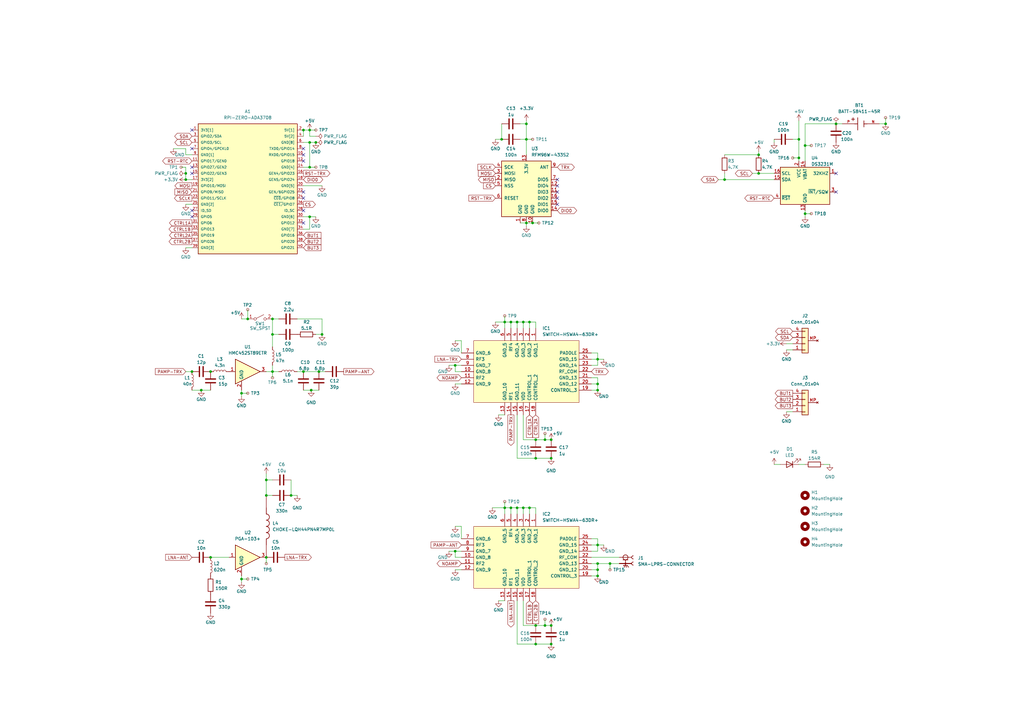
<source format=kicad_sch>
(kicad_sch (version 20211123) (generator eeschema)
  (paper "A3")
  (title_block (title "NARWAL") (date "2022-11-19") (rev "1") (company "Rice Eclipse") (comment 1 "RF Communications"))
  (junction (at 109.22 196.85))
  (junction (at 186.69 226.06))
  (junction (at 226.06 180.34))
  (junction (at 330.2 59.69))
  (junction (at 250.19 231.14))
  (junction (at 207.01 208.28))
  (junction (at 245.11 157.48))
  (junction (at 82.55 160.02))
  (junction (at 245.11 147.32))
  (junction (at 127 68.58))
  (junction (at 219.71 187.96))
  (junction (at 76.2 71.12))
  (junction (at 86.36 228.6))
  (junction (at 109.22 228.6))
  (junction (at 127.635 160.02))
  (junction (at 132.08 137.16))
  (junction (at 111.76 130.81))
  (junction (at 209.55 132.08))
  (junction (at 245.11 223.52))
  (junction (at 127 58.42))
  (junction (at 212.09 208.28))
  (junction (at 99.06 161.29))
  (junction (at 127 88.9))
  (junction (at 209.55 208.28))
  (junction (at 78.74 152.4))
  (junction (at 76.2 73.66))
  (junction (at 207.01 132.08))
  (junction (at 327.66 64.77))
  (junction (at 219.71 264.16))
  (junction (at 101.6 130.81))
  (junction (at 217.17 208.28))
  (junction (at 109.22 203.2))
  (junction (at 130.81 152.4))
  (junction (at 223.52 256.54))
  (junction (at 217.17 132.08))
  (junction (at 186.69 149.86))
  (junction (at 245.11 231.14))
  (junction (at 311.15 63.5))
  (junction (at 297.18 73.66))
  (junction (at 124.46 53.34))
  (junction (at 214.63 132.08))
  (junction (at 226.06 187.96))
  (junction (at 124.46 152.4))
  (junction (at 226.06 256.54))
  (junction (at 215.9 50.8))
  (junction (at 99.06 237.49))
  (junction (at 219.71 180.34))
  (junction (at 311.15 71.12))
  (junction (at 223.52 180.34))
  (junction (at 127 53.34))
  (junction (at 214.63 208.28))
  (junction (at 327.66 57.15))
  (junction (at 245.11 160.02))
  (junction (at 219.71 256.54))
  (junction (at 342.9 50.8))
  (junction (at 205.74 57.15))
  (junction (at 111.76 152.4))
  (junction (at 363.22 50.8))
  (junction (at 245.11 233.68))
  (junction (at 111.76 137.16))
  (junction (at 226.06 264.16))
  (junction (at 129.54 58.42))
  (junction (at 215.9 91.44))
  (junction (at 218.44 91.44))
  (junction (at 86.36 152.4))
  (junction (at 212.09 132.08))
  (junction (at 245.11 236.22))
  (junction (at 215.9 57.15))
  (junction (at 330.2 87.63))
  (junction (at 119.38 203.2))
  (no_connect (at 78.74 53.34))
  (no_connect (at 78.74 71.12))
  (no_connect (at 78.74 68.58))
  (no_connect (at 78.74 60.96))
  (no_connect (at 78.74 88.9))
  (no_connect (at 78.74 86.36))
  (no_connect (at 124.46 60.96))
  (no_connect (at 124.46 63.5))
  (no_connect (at 124.46 66.04))
  (no_connect (at 124.46 78.74))
  (no_connect (at 124.46 81.28))
  (no_connect (at 124.46 86.36))
  (no_connect (at 124.46 91.44))
  (no_connect (at 342.9 71.12))
  (no_connect (at 342.9 78.74))
  (no_connect (at 228.6 83.82))
  (no_connect (at 228.6 78.74))
  (no_connect (at 228.6 81.28))
  (no_connect (at 228.6 73.66))
  (no_connect (at 228.6 76.2))
  (wire (pts (xy 124.46 53.34) (xy 127 53.34)))
  (wire (pts (xy 82.55 160.02) (xy 86.36 160.02)))
  (wire (pts (xy 322.58 140.97) (xy 325.12 140.97)))
  (wire (pts (xy 330.2 50.8) (xy 330.2 59.69)))
  (wire (pts (xy 212.09 246.38) (xy 212.09 264.16)))
  (wire (pts (xy 127 58.42) (xy 129.54 58.42)))
  (wire (pts (xy 245.11 149.86) (xy 245.11 147.32)))
  (wire (pts (xy 124.46 76.2) (xy 132.08 76.2)))
  (wire (pts (xy 242.57 154.94) (xy 245.11 154.94)))
  (wire (pts (xy 204.47 246.38) (xy 207.01 246.38)))
  (wire (pts (xy 111.76 130.81) (xy 111.76 137.16)))
  (wire (pts (xy 76.2 60.96) (xy 71.12 60.96)))
  (wire (pts (xy 342.9 50.8) (xy 345.44 50.8)))
  (wire (pts (xy 212.09 208.28) (xy 214.63 208.28)))
  (wire (pts (xy 109.22 196.85) (xy 109.22 203.2)))
  (wire (pts (xy 124.46 53.34) (xy 124.46 55.88)))
  (wire (pts (xy 245.11 231.14) (xy 250.19 231.14)))
  (wire (pts (xy 242.57 236.22) (xy 245.11 236.22)))
  (wire (pts (xy 242.57 157.48) (xy 245.11 157.48)))
  (wire (pts (xy 214.63 180.34) (xy 219.71 180.34)))
  (wire (pts (xy 219.71 264.16) (xy 226.06 264.16)))
  (wire (pts (xy 325.12 57.15) (xy 327.66 57.15)))
  (wire (pts (xy 242.57 149.86) (xy 245.11 149.86)))
  (wire (pts (xy 209.55 208.28) (xy 212.09 208.28)))
  (wire (pts (xy 203.2 57.15) (xy 205.74 57.15)))
  (wire (pts (xy 215.9 50.8) (xy 215.9 57.15)))
  (wire (pts (xy 212.09 187.96) (xy 219.71 187.96)))
  (wire (pts (xy 212.09 264.16) (xy 219.71 264.16)))
  (wire (pts (xy 99.06 161.29) (xy 99.06 162.56)))
  (wire (pts (xy 217.17 208.28) (xy 217.17 210.82)))
  (wire (pts (xy 215.9 57.15) (xy 218.44 57.15)))
  (wire (pts (xy 101.6 127) (xy 101.6 130.81)))
  (wire (pts (xy 214.63 132.08) (xy 217.17 132.08)))
  (wire (pts (xy 184.15 149.86) (xy 186.69 149.86)))
  (wire (pts (xy 214.63 132.08) (xy 214.63 134.62)))
  (wire (pts (xy 189.23 226.06) (xy 186.69 226.06)))
  (wire (pts (xy 76.2 83.82) (xy 78.74 83.82)))
  (wire (pts (xy 297.18 73.66) (xy 297.18 71.12)))
  (wire (pts (xy 207.01 208.28) (xy 201.93 208.28)))
  (wire (pts (xy 119.38 196.85) (xy 119.38 203.2)))
  (wire (pts (xy 207.01 210.82) (xy 207.01 208.28)))
  (wire (pts (xy 242.57 220.98) (xy 245.11 220.98)))
  (wire (pts (xy 223.52 254) (xy 223.52 256.54)))
  (wire (pts (xy 327.66 49.53) (xy 327.66 57.15)))
  (wire (pts (xy 219.71 256.54) (xy 223.52 256.54)))
  (wire (pts (xy 186.69 139.7) (xy 189.23 139.7)))
  (wire (pts (xy 245.11 226.06) (xy 245.11 223.52)))
  (wire (pts (xy 327.66 190.5) (xy 330.2 190.5)))
  (wire (pts (xy 242.57 226.06) (xy 245.11 226.06)))
  (wire (pts (xy 76.2 71.12) (xy 76.2 73.66)))
  (wire (pts (xy 189.23 149.86) (xy 186.69 149.86)))
  (wire (pts (xy 360.68 50.8) (xy 363.22 50.8)))
  (wire (pts (xy 124.46 68.58) (xy 127 68.58)))
  (wire (pts (xy 214.63 256.54) (xy 219.71 256.54)))
  (wire (pts (xy 330.2 87.63) (xy 330.2 88.9)))
  (wire (pts (xy 99.06 236.22) (xy 99.06 237.49)))
  (wire (pts (xy 337.82 190.5) (xy 340.36 190.5)))
  (wire (pts (xy 78.74 160.02) (xy 82.55 160.02)))
  (wire (pts (xy 215.9 57.15) (xy 215.9 63.5)))
  (wire (pts (xy 242.57 223.52) (xy 245.11 223.52)))
  (wire (pts (xy 213.36 50.8) (xy 215.9 50.8)))
  (wire (pts (xy 330.2 86.36) (xy 330.2 87.63)))
  (wire (pts (xy 127 68.58) (xy 129.54 68.58)))
  (wire (pts (xy 245.11 147.32) (xy 247.65 147.32)))
  (wire (pts (xy 207.01 134.62) (xy 207.01 132.08)))
  (wire (pts (xy 250.19 231.14) (xy 250.19 233.68)))
  (wire (pts (xy 124.46 58.42) (xy 127 58.42)))
  (wire (pts (xy 209.55 134.62) (xy 209.55 132.08)))
  (wire (pts (xy 186.69 226.06) (xy 186.69 228.6)))
  (wire (pts (xy 217.17 208.28) (xy 219.71 208.28)))
  (wire (pts (xy 217.17 132.08) (xy 217.17 134.62)))
  (wire (pts (xy 204.47 170.18) (xy 207.01 170.18)))
  (wire (pts (xy 121.92 152.4) (xy 124.46 152.4)))
  (wire (pts (xy 99.06 130.81) (xy 101.6 130.81)))
  (wire (pts (xy 213.36 91.44) (xy 215.9 91.44)))
  (wire (pts (xy 186.69 233.68) (xy 189.23 233.68)))
  (wire (pts (xy 109.22 196.85) (xy 111.76 196.85)))
  (wire (pts (xy 242.57 228.6) (xy 254 228.6)))
  (wire (pts (xy 245.11 223.52) (xy 247.65 223.52)))
  (wire (pts (xy 219.71 187.96) (xy 226.06 187.96)))
  (wire (pts (xy 121.92 130.81) (xy 132.08 130.81)))
  (wire (pts (xy 132.08 130.81) (xy 132.08 137.16)))
  (wire (pts (xy 363.22 48.26) (xy 363.22 50.8)))
  (wire (pts (xy 109.22 203.2) (xy 111.76 203.2)))
  (wire (pts (xy 101.6 161.29) (xy 99.06 161.29)))
  (wire (pts (xy 186.69 152.4) (xy 189.23 152.4)))
  (wire (pts (xy 124.46 152.4) (xy 130.81 152.4)))
  (wire (pts (xy 189.23 220.98) (xy 189.23 215.9)))
  (wire (pts (xy 124.46 93.98) (xy 127 93.98)))
  (wire (pts (xy 109.22 194.31) (xy 109.22 196.85)))
  (wire (pts (xy 111.76 130.81) (xy 114.3 130.81)))
  (wire (pts (xy 127 58.42) (xy 127 68.58)))
  (wire (pts (xy 242.57 233.68) (xy 245.11 233.68)))
  (wire (pts (xy 217.17 132.08) (xy 219.71 132.08)))
  (wire (pts (xy 127 88.9) (xy 127 93.98)))
  (wire (pts (xy 214.63 246.38) (xy 214.63 256.54)))
  (wire (pts (xy 214.63 170.18) (xy 214.63 180.34)))
  (wire (pts (xy 325.12 64.77) (xy 327.66 64.77)))
  (wire (pts (xy 76.2 63.5) (xy 76.2 60.96)))
  (wire (pts (xy 207.01 132.08) (xy 209.55 132.08)))
  (wire (pts (xy 109.22 228.6) (xy 109.22 231.14)))
  (wire (pts (xy 327.66 57.15) (xy 327.66 64.77)))
  (wire (pts (xy 218.44 91.44) (xy 220.98 91.44)))
  (wire (pts (xy 186.69 149.86) (xy 186.69 152.4)))
  (wire (pts (xy 215.9 91.44) (xy 218.44 91.44)))
  (wire (pts (xy 322.58 143.51) (xy 325.12 143.51)))
  (wire (pts (xy 219.71 180.34) (xy 223.52 180.34)))
  (wire (pts (xy 212.09 210.82) (xy 212.09 208.28)))
  (wire (pts (xy 219.71 132.08) (xy 219.71 134.62)))
  (wire (pts (xy 124.46 88.9) (xy 127 88.9)))
  (wire (pts (xy 297.18 63.5) (xy 311.15 63.5)))
  (wire (pts (xy 111.76 137.16) (xy 111.76 142.24)))
  (wire (pts (xy 101.6 237.49) (xy 99.06 237.49)))
  (wire (pts (xy 242.57 144.78) (xy 245.11 144.78)))
  (wire (pts (xy 215.9 49.53) (xy 215.9 50.8)))
  (wire (pts (xy 78.74 63.5) (xy 76.2 63.5)))
  (wire (pts (xy 212.09 170.18) (xy 212.09 187.96)))
  (wire (pts (xy 76.2 152.4) (xy 78.74 152.4)))
  (wire (pts (xy 209.55 208.28) (xy 207.01 208.28)))
  (wire (pts (xy 74.295 68.58) (xy 76.2 68.58)))
  (wire (pts (xy 99.06 160.02) (xy 99.06 161.29)))
  (wire (pts (xy 189.23 144.78) (xy 189.23 139.7)))
  (wire (pts (xy 330.2 50.8) (xy 342.9 50.8)))
  (wire (pts (xy 214.63 208.28) (xy 217.17 208.28)))
  (wire (pts (xy 186.69 157.48) (xy 189.23 157.48)))
  (wire (pts (xy 294.64 73.66) (xy 297.18 73.66)))
  (wire (pts (xy 129.54 137.16) (xy 132.08 137.16)))
  (wire (pts (xy 242.57 160.02) (xy 245.11 160.02)))
  (wire (pts (xy 223.52 180.34) (xy 226.06 180.34)))
  (wire (pts (xy 219.71 208.28) (xy 219.71 210.82)))
  (wire (pts (xy 223.52 256.54) (xy 226.06 256.54)))
  (wire (pts (xy 212.09 134.62) (xy 212.09 132.08)))
  (wire (pts (xy 317.5 57.15) (xy 317.5 58.42)))
  (wire (pts (xy 242.57 231.14) (xy 245.11 231.14)))
  (wire (pts (xy 127.635 160.02) (xy 130.81 160.02)))
  (wire (pts (xy 207.01 129.54) (xy 207.01 132.08)))
  (wire (pts (xy 124.46 160.02) (xy 127.635 160.02)))
  (wire (pts (xy 213.36 57.15) (xy 215.9 57.15)))
  (wire (pts (xy 209.55 210.82) (xy 209.55 208.28)))
  (wire (pts (xy 205.74 50.8) (xy 205.74 57.15)))
  (wire (pts (xy 330.2 59.69) (xy 332.74 59.69)))
  (wire (pts (xy 78.74 73.66) (xy 76.2 73.66)))
  (wire (pts (xy 99.06 237.49) (xy 99.06 238.76)))
  (wire (pts (xy 223.52 177.8) (xy 223.52 180.34)))
  (wire (pts (xy 245.11 233.68) (xy 245.11 236.22)))
  (wire (pts (xy 245.11 160.02) (xy 245.11 157.48)))
  (wire (pts (xy 317.5 190.5) (xy 320.04 190.5)))
  (wire (pts (xy 212.09 132.08) (xy 214.63 132.08)))
  (wire (pts (xy 250.19 231.14) (xy 254 231.14)))
  (wire (pts (xy 330.2 87.63) (xy 332.74 87.63)))
  (wire (pts (xy 297.18 73.66) (xy 317.5 73.66)))
  (wire (pts (xy 245.11 231.14) (xy 245.11 233.68)))
  (wire (pts (xy 111.76 152.4) (xy 114.3 152.4)))
  (wire (pts (xy 184.15 226.06) (xy 186.69 226.06)))
  (wire (pts (xy 330.2 59.69) (xy 330.2 66.04)))
  (wire (pts (xy 215.9 91.44) (xy 215.9 92.71)))
  (wire (pts (xy 186.69 215.9) (xy 189.23 215.9)))
  (wire (pts (xy 322.58 168.91) (xy 325.12 168.91)))
  (wire (pts (xy 209.55 132.08) (xy 212.09 132.08)))
  (wire (pts (xy 203.2 132.08) (xy 207.01 132.08)))
  (wire (pts (xy 127 53.34) (xy 129.54 53.34)))
  (wire (pts (xy 127 55.88) (xy 127 53.34)))
  (wire (pts (xy 127 88.9) (xy 129.54 88.9)))
  (wire (pts (xy 76.2 68.58) (xy 76.2 71.12)))
  (wire (pts (xy 111.76 137.16) (xy 114.3 137.16)))
  (wire (pts (xy 245.11 147.32) (xy 245.11 144.78)))
  (wire (pts (xy 129.54 55.88) (xy 127 55.88)))
  (wire (pts (xy 311.15 71.12) (xy 317.5 71.12)))
  (wire (pts (xy 245.11 154.94) (xy 245.11 157.48)))
  (wire (pts (xy 86.36 228.6) (xy 93.98 228.6)))
  (wire (pts (xy 311.15 62.23) (xy 311.15 63.5)))
  (wire (pts (xy 109.22 152.4) (xy 111.76 152.4)))
  (wire (pts (xy 245.11 223.52) (xy 245.11 220.98)))
  (wire (pts (xy 242.57 147.32) (xy 245.11 147.32)))
  (wire (pts (xy 111.76 152.4) (xy 111.76 154.94)))
  (wire (pts (xy 130.81 152.4) (xy 133.35 152.4)))
  (wire (pts (xy 186.69 228.6) (xy 189.23 228.6)))
  (wire (pts (xy 111.76 149.86) (xy 111.76 152.4)))
  (wire (pts (xy 308.61 71.12) (xy 311.15 71.12)))
  (wire (pts (xy 327.66 64.77) (xy 327.66 66.04)))
  (wire (pts (xy 207.01 205.74) (xy 207.01 208.28)))
  (wire (pts (xy 214.63 208.28) (xy 214.63 210.82)))
  (wire (pts (xy 76.2 101.6) (xy 78.74 101.6)))
  (wire (pts (xy 119.38 203.2) (xy 121.92 203.2)))
  (global_label "CTRL1A" (shape output) (at 78.74 91.44 180) (property "Intersheet References" "${INTERSHEET_REFS}" (effects hide)))
  (global_label "DIO0" (shape bidirectional) (at 228.6 86.36 0) (property "Intersheet References" "${INTERSHEET_REFS}" (effects hide)))
  (global_label "LNA-ANT" (shape input) (at 78.74 228.6 180) (property "Intersheet References" "${INTERSHEET_REFS}" (effects hide)))
  (global_label "MOSI" (shape input) (at 203.2 71.12 180) (property "Intersheet References" "${INTERSHEET_REFS}" (effects hide)))
  (global_label "CTRL2A" (shape output) (at 78.74 96.52 180) (property "Intersheet References" "${INTERSHEET_REFS}" (effects hide)))
  (global_label "RST-TRX" (shape input) (at 203.2 81.28 180) (property "Intersheet References" "${INTERSHEET_REFS}" (effects hide)))
  (global_label "SDA" (shape bidirectional) (at 78.74 55.88 180) (property "Intersheet References" "${INTERSHEET_REFS}" (effects hide)))
  (global_label "CS" (shape output) (at 124.46 83.82 0) (property "Intersheet References" "${INTERSHEET_REFS}" (effects hide)))
  (global_label "MISO" (shape input) (at 78.74 78.74 180) (property "Intersheet References" "${INTERSHEET_REFS}" (effects hide)))
  (global_label "CS" (shape input) (at 203.2 76.2 180) (property "Intersheet References" "${INTERSHEET_REFS}" (effects hide)))
  (global_label "BUT3" (shape input) (at 124.46 101.6 0) (property "Intersheet References" "${INTERSHEET_REFS}" (effects hide)))
  (global_label "TRX" (shape bidirectional) (at 242.57 152.4 0) (property "Intersheet References" "${INTERSHEET_REFS}" (effects hide)))
  (global_label "SCLK" (shape input) (at 203.2 68.58 180) (property "Intersheet References" "${INTERSHEET_REFS}" (effects hide)))
  (global_label "PAMP-TRX" (shape output) (at 209.55 170.18 270) (property "Intersheet References" "${INTERSHEET_REFS}" (effects hide)))
  (global_label "CTRL2A" (shape input) (at 219.71 170.18 270) (property "Intersheet References" "${INTERSHEET_REFS}" (effects hide)))
  (global_label "BUT2" (shape input) (at 124.46 99.06 0) (property "Intersheet References" "${INTERSHEET_REFS}" (effects hide)))
  (global_label "CTRL2B" (shape output) (at 78.74 99.06 180) (property "Intersheet References" "${INTERSHEET_REFS}" (effects hide)))
  (global_label "SDA" (shape bidirectional) (at 294.64 73.66 180) (property "Intersheet References" "${INTERSHEET_REFS}" (effects hide)))
  (global_label "BUT3" (shape output) (at 325.12 166.37 180) (property "Intersheet References" "${INTERSHEET_REFS}" (effects hide)))
  (global_label "RST-RTC" (shape bidirectional) (at 317.5 81.28 180) (property "Intersheet References" "${INTERSHEET_REFS}" (effects hide)))
  (global_label "CTRL1A" (shape input) (at 217.17 170.18 270) (property "Intersheet References" "${INTERSHEET_REFS}" (effects hide)))
  (global_label "MISO" (shape output) (at 203.2 73.66 180) (property "Intersheet References" "${INTERSHEET_REFS}" (effects hide)))
  (global_label "PAMP-ANT" (shape input) (at 189.23 223.52 180) (property "Intersheet References" "${INTERSHEET_REFS}" (effects hide)))
  (global_label "MOSI" (shape output) (at 78.74 76.2 180) (property "Intersheet References" "${INTERSHEET_REFS}" (effects hide)))
  (global_label "LNA-TRX" (shape input) (at 189.23 147.32 180) (property "Intersheet References" "${INTERSHEET_REFS}" (effects hide)))
  (global_label "PAMP-TRX" (shape input) (at 76.2 152.4 180) (property "Intersheet References" "${INTERSHEET_REFS}" (effects hide)))
  (global_label "PAMP-ANT" (shape output) (at 140.97 152.4 0) (property "Intersheet References" "${INTERSHEET_REFS}" (effects hide)))
  (global_label "BUT1" (shape output) (at 325.12 161.29 180) (property "Intersheet References" "${INTERSHEET_REFS}" (effects hide)))
  (global_label "RST-TRX" (shape output) (at 124.46 71.12 0) (property "Intersheet References" "${INTERSHEET_REFS}" (effects hide)))
  (global_label "BUT2" (shape output) (at 325.12 163.83 180) (property "Intersheet References" "${INTERSHEET_REFS}" (effects hide)))
  (global_label "CTRL1B" (shape output) (at 78.74 93.98 180) (property "Intersheet References" "${INTERSHEET_REFS}" (effects hide)))
  (global_label "CTRL2B" (shape input) (at 219.71 246.38 270) (property "Intersheet References" "${INTERSHEET_REFS}" (effects hide)))
  (global_label "LNA-TRX" (shape output) (at 116.84 228.6 0) (property "Intersheet References" "${INTERSHEET_REFS}" (effects hide)))
  (global_label "TRX" (shape bidirectional) (at 228.6 68.58 0) (property "Intersheet References" "${INTERSHEET_REFS}" (effects hide)))
  (global_label "DIO0" (shape bidirectional) (at 124.46 73.66 0) (property "Intersheet References" "${INTERSHEET_REFS}" (effects hide)))
  (global_label "NOAMP" (shape bidirectional) (at 189.23 154.94 180) (property "Intersheet References" "${INTERSHEET_REFS}" (effects hide)))
  (global_label "SCLK" (shape output) (at 78.74 81.28 180) (property "Intersheet References" "${INTERSHEET_REFS}" (effects hide)))
  (global_label "LNA-ANT" (shape output) (at 209.55 246.38 270) (property "Intersheet References" "${INTERSHEET_REFS}" (effects hide)))
  (global_label "CTRL1B" (shape input) (at 217.17 246.38 270) (property "Intersheet References" "${INTERSHEET_REFS}" (effects hide)))
  (global_label "SCL" (shape bidirectional) (at 78.74 58.42 180) (property "Intersheet References" "${INTERSHEET_REFS}" (effects hide)))
  (global_label "NOAMP" (shape bidirectional) (at 189.23 231.14 180) (property "Intersheet References" "${INTERSHEET_REFS}" (effects hide)))
  (global_label "SCL" (shape bidirectional) (at 308.61 71.12 180) (property "Intersheet References" "${INTERSHEET_REFS}" (effects hide)))
  (global_label "SCL" (shape bidirectional) (at 325.12 135.89 180) (property "Intersheet References" "${INTERSHEET_REFS}" (effects hide)))
  (global_label "BUT1" (shape input) (at 124.46 96.52 0) (property "Intersheet References" "${INTERSHEET_REFS}" (effects hide)))
  (global_label "SDA" (shape bidirectional) (at 325.12 138.43 180) (property "Intersheet References" "${INTERSHEET_REFS}" (effects hide)))
  (global_label "RST-RTC" (shape bidirectional) (at 78.74 66.04 180) (property "Intersheet References" "${INTERSHEET_REFS}" (effects hide)))
  (symbol (lib_id "Device:C") (at 219.71 184.15 0) (unit 1)
    (property "Reference" "C15" (at 213.36 183.515 0) (effects (justify left)))
    (property "Value" "100n" (at 213.36 186.055 0) (effects (justify left)))
    (property "Footprint" "Capacitor_SMD:C_1206_3216Metric" (effects hide))
  )
  (symbol (lib_id "Connector:TestPoint_Small") (at 101.6 161.29 0) (unit 1)
    (property "Reference" "TP3" (at 102.87 161.29 0) (effects (justify left)))
    (property "Value" " " (at 102.87 161.29 0) (effects (justify left)))
    (property "Footprint" "TestPoint:TestPoint_Pad_D2.0mm" (effects hide))
  )
  (symbol (lib_id "Device:C") (at 118.11 130.81 90) (unit 1)
    (property "Reference" "C8" (at 119.38 124.46 90) (effects (justify left)))
    (property "Value" "2.2u" (at 120.65 127 90) (effects (justify left)))
    (property "Footprint" "Capacitor_SMD:C_1206_3216Metric" (effects hide))
  )
  (symbol (lib_id "Connector:TestPoint_Small") (at 111.76 154.94 0) (unit 1)
    (property "Reference" "TP6" (at 109.855 156.845 0) (effects (justify left)))
    (property "Value" " " (at 113.03 154.94 0) (effects (justify left)))
    (property "Footprint" "TestPoint:TestPoint_Pad_D2.0mm" (effects hide))
  )
  (symbol (lib_id "Device:C") (at 209.55 57.15 90) (unit 1)
    (property "Reference" "C14" (at 209.55 60.96 90))
    (property "Value" "100n" (at 209.55 63.5 90))
    (property "Footprint" "Capacitor_SMD:C_1206_3216Metric" (effects hide))
  )
  (symbol (lib_id "Device:R") (at 311.15 67.31 0) (unit 1)
    (property "Reference" "R4" (at 312.42 66.04 0) (effects (justify left)))
    (property "Value" "4.7K" (at 312.42 68.58 0) (effects (justify left)))
    (property "Footprint" "Resistor_SMD:R_1206_3216Metric" (effects hide))
  )
  (symbol (lib_id "Device:C") (at 137.16 152.4 90) (unit 1)
    (property "Reference" "C12" (at 137.16 156.21 90))
    (property "Value" "39p" (at 137.16 158.75 90))
    (property "Footprint" "Capacitor_SMD:C_1206_3216Metric" (effects hide))
  )
  (symbol (lib_id "Device:C") (at 82.55 228.6 90) (unit 1)
    (property "Reference" "C2" (at 82.55 222.25 90))
    (property "Value" "10n" (at 82.55 224.79 90))
    (property "Footprint" "Capacitor_SMD:C_1206_3216Metric" (effects hide))
  )
  (symbol (lib_id "Device:C") (at 115.57 196.85 90) (unit 1)
    (property "Reference" "C6" (at 115.57 190.5 90))
    (property "Value" "10u" (at 115.57 193.04 90))
    (property "Footprint" "Capacitor_SMD:C_1206_3216Metric" (effects hide))
  )
  (symbol (lib_id "Device:C") (at 321.31 57.15 90) (unit 1)
    (property "Reference" "C19" (at 321.31 50.8 90))
    (property "Value" "100n" (at 321.31 53.34 90))
    (property "Footprint" "Capacitor_SMD:C_1206_3216Metric" (effects hide))
  )
  (symbol (lib_id "Device:R") (at 125.73 137.16 90) (unit 1)
    (property "Reference" "R2" (at 125.73 132.08 90))
    (property "Value" "5.1R" (at 125.73 134.62 90))
    (property "Footprint" "Resistor_SMD:R_1206_3216Metric" (effects hide))
  )
  (symbol (lib_id "Device:C") (at 86.36 247.65 0) (unit 1)
    (property "Reference" "C4" (at 89.535 246.38 0) (effects (justify left)))
    (property "Value" "330p" (at 89.535 248.92 0) (effects (justify left)))
    (property "Footprint" "Capacitor_SMD:C_1206_3216Metric" (effects hide))
  )
  (symbol (lib_id "Device:C") (at 113.03 228.6 90) (unit 1)
    (property "Reference" "C5" (at 113.03 222.25 90))
    (property "Value" "10n" (at 113.03 224.79 90))
    (property "Footprint" "Capacitor_SMD:C_1206_3216Metric" (effects hide))
  )
  (symbol (lib_id "power:GND") (at 322.58 143.51 0) (unit 1)
    (property "Reference" "#PWR043" (effects hide))
    (property "Value" "GND" (at 322.58 147.32 0))
  )
  (symbol (lib_id "power:GND") (at 247.65 223.52 0) (unit 1)
    (property "Reference" "#PWR038" (effects hide))
    (property "Value" "GND" (at 250.19 226.06 0))
  )
  (symbol (lib_id "Mechanical:MountingHole") (at 330.2 215.9 0) (unit 1)
    (property "Reference" "H3" (at 332.74 214.6299 0) (effects (justify left)))
    (property "Value" "MountingHole" (at 332.74 217.1699 0) (effects (justify left)))
    (property "Footprint" "MountingHole:MountingHole_2.5mm" (effects hide))
  )
  (symbol (lib_id "Switch:SW_SPST") (at 106.68 130.81 0) (unit 1)
    (property "Reference" "SW1" (at 106.68 132.715 0))
    (property "Value" "SW_SPST" (at 106.68 134.62 0))
    (property "Footprint" "Button_Switch_THT:SW_Push_2P1T_Toggle_CK_PVA1xxH1xxxxxxV2" (effects hide))
  )
  (symbol (lib_id "power:PWR_FLAG") (at 342.9 50.8 0) (unit 1)
    (property "Reference" "#FLG04" (effects hide))
    (property "Value" "PWR_FLAG" (at 336.55 48.895 0))
  )
  (symbol (lib_id "power:+5V") (at 317.5 190.5 0) (unit 1)
    (property "Reference" "#PWR041" (effects hide))
    (property "Value" "+5V" (at 317.5 185.42 0))
  )
  (symbol (lib_id "power:GND") (at 342.9 58.42 0) (unit 1)
    (property "Reference" "#PWR048" (effects hide))
    (property "Value" "GND" (at 342.9 62.23 0))
  )
  (symbol (lib_id "Device:L") (at 111.76 146.05 0) (unit 1)
    (property "Reference" "L5" (at 113.03 145.415 0) (effects (justify left)))
    (property "Value" "47n" (at 113.03 147.955 0) (effects (justify left)))
    (property "Footprint" "Inductor_SMD:L_1008_2520Metric" (effects hide))
  )
  (symbol (lib_id "power:GND") (at 132.08 76.2 0) (unit 1)
    (property "Reference" "#PWR016" (effects hide))
    (property "Value" "GND" (at 132.08 80.01 0))
  )
  (symbol (lib_id "Connector:TestPoint_Small") (at 101.6 127 0) (unit 1)
    (property "Reference" "TP2" (at 99.695 125.095 0) (effects (justify left)))
    (property "Value" " " (at 102.87 127 0) (effects (justify left)))
    (property "Footprint" "TestPoint:TestPoint_Pad_D2.0mm" (effects hide))
  )
  (symbol (lib_id "Connector:TestPoint_Small") (at 325.12 64.77 180) (unit 1)
    (property "Reference" "TP16" (at 323.85 64.77 0) (effects (justify left)))
    (property "Value" " " (at 323.85 64.77 0) (effects (justify left)))
    (property "Footprint" "TestPoint:TestPoint_Pad_D2.0mm" (effects hide))
  )
  (symbol (lib_id "Connector:TestPoint_Small") (at 363.22 48.26 0) (unit 1)
    (property "Reference" "TP19" (at 364.49 48.26 0) (effects (justify left)))
    (property "Value" " " (at 364.49 48.26 0) (effects (justify left)))
    (property "Footprint" "TestPoint:TestPoint_Pad_D2.0mm" (effects hide))
  )
  (symbol (lib_id "RF_Amplifier:PGA-103") (at 101.6 228.6 0) (unit 1)
    (property "Reference" "U2" (at 101.6 218.44 0))
    (property "Value" "PGA-103+" (at 101.6 220.98 0))
    (property "Footprint" "Eclipse_RF_Footprints:LNA-PGA-103+" (effects hide))
    (property "Datasheet" "https://www.minicircuits.com/pdfs/PGA-103+.pdf" (effects hide))
  )
  (symbol (lib_id "Mechanical:MountingHole") (at 330.2 203.2 0) (unit 1)
    (property "Reference" "H1" (at 332.74 201.9299 0) (effects (justify left)))
    (property "Value" "MountingHole" (at 332.74 204.4699 0) (effects (justify left)))
    (property "Footprint" "MountingHole:MountingHole_2.5mm" (effects hide))
  )
  (symbol (lib_id "Eclipse_RF_Symbols:BATT-S8411-45R") (at 353.06 50.8 0) (unit 1)
    (property "Reference" "BT1" (at 352.425 43.18 0))
    (property "Value" "BATT-S8411-45R" (at 352.425 45.72 0))
    (property "Footprint" "Eclipse_RF_Footprints:BATT-S8411-45R" (effects hide))
    (property "MAXIMUM_PACKAGE_HEIGHT" "4.25mm" (effects hide))
    (property "STANDARD" "Manufacturer Recommendations" (effects hide))
    (property "MANUFACTURER" "Harwin" (effects hide))
  )
  (symbol (lib_id "power:GND") (at 132.08 137.16 0) (unit 1)
    (property "Reference" "#PWR017" (effects hide))
    (property "Value" "GND" (at 132.08 140.97 0))
  )
  (symbol (lib_id "power:GND") (at 184.15 226.06 0) (unit 1)
    (property "Reference" "#PWR019" (effects hide))
    (property "Value" "GND" (at 181.61 228.6 0))
  )
  (symbol (lib_name "Conn_01x04_1") (lib_id "Connector_Generic:Conn_01x04") (at 330.2 140.97 0) (mirror x) (unit 1)
    (property "Reference" "J2" (at 330.2 129.54 0))
    (property "Value" "Conn_01x04" (at 330.2 132.08 0))
    (property "Footprint" "Connector_JST:JST_SH_SM04B-SRSS-TB_1x04-1MP_P1.00mm_Horizontal" (effects hide))
  )
  (symbol (lib_id "Connector:TestPoint_Small") (at 129.54 53.34 0) (unit 1)
    (property "Reference" "TP7" (at 130.81 53.34 0) (effects (justify left)))
    (property "Value" " " (at 130.81 53.34 0) (effects (justify left)))
    (property "Footprint" "TestPoint:TestPoint_Pad_D2.0mm" (effects hide))
  )
  (symbol (lib_id "Connector:TestPoint_Small") (at 101.6 237.49 0) (unit 1)
    (property "Reference" "TP4" (at 102.87 237.49 0) (effects (justify left)))
    (property "Value" " " (at 102.87 237.49 0) (effects (justify left)))
    (property "Footprint" "TestPoint:TestPoint_Pad_D2.0mm" (effects hide))
  )
  (symbol (lib_id "Device:C") (at 342.9 54.61 0) (unit 1)
    (property "Reference" "C20" (at 347.345 54.61 0))
    (property "Value" "100n" (at 347.345 57.15 0))
    (property "Footprint" "Capacitor_SMD:C_1206_3216Metric" (effects hide))
  )
  (symbol (lib_id "Device:R") (at 297.18 67.31 0) (unit 1)
    (property "Reference" "R3" (at 298.45 66.04 0) (effects (justify left)))
    (property "Value" "4.7K" (at 298.45 68.58 0) (effects (justify left)))
    (property "Footprint" "Resistor_SMD:R_1206_3216Metric" (effects hide))
  )
  (symbol (lib_id "power:GND") (at 226.06 187.96 0) (unit 1)
    (property "Reference" "#PWR032" (effects hide))
    (property "Value" "GND" (at 226.06 193.04 0))
  )
  (symbol (lib_id "Eclipse_RF_Symbols:SWITCH-HSWA4-63DR+") (at 219.71 210.82 270) (unit 1)
    (property "Reference" "IC2" (at 222.4787 210.82 90) (effects (justify left)))
    (property "Value" "SWITCH-HSWA4-63DR+" (at 222.4787 213.36 90) (effects (justify left)))
    (property "Footprint" "Eclipse_RF_Footprints:SWITCH-HSWA4-63DR+" (effects hide))
    (property "Description" "SP4T RF Switch" (effects hide))
    (property "Height" "0.808" (effects hide))
    (property "Mouser Part Number" "139-HSWA4-63DR" (effects hide))
    (property "Mouser Price/Stock" "https://www.mouser.co.uk/ProductDetail/Mini-Circuits/HSWA4-63DR%2b?qs=xZ%2FP%252Ba9zWqYOhYanAihSnw%3D%3D" (effects hide))
    (property "Manufacturer_Name" "Mini-Circuits" (effects hide))
    (property "Manufacturer_Part_Number" "HSWA4-63DR+" (effects hide))
  )
  (symbol (lib_id "Device:R") (at 86.36 240.03 0) (unit 1)
    (property "Reference" "R1" (at 88.265 238.76 0) (effects (justify left)))
    (property "Value" "150R" (at 88.265 241.3 0) (effects (justify left)))
    (property "Footprint" "Resistor_SMD:R_1206_3216Metric" (effects hide))
  )
  (symbol (lib_id "Device:LED") (at 323.85 190.5 180) (unit 1)
    (property "Reference" "D1" (at 323.85 184.15 0))
    (property "Value" "LED" (at 323.85 186.69 0))
    (property "Footprint" "LED_THT:LED_D3.0mm" (effects hide))
  )
  (symbol (lib_name "Conn_01x04_1") (lib_id "Connector_Generic:Conn_01x04") (at 330.2 166.37 0) (mirror x) (unit 1)
    (property "Reference" "J3" (at 330.2 154.94 0))
    (property "Value" "Conn_01x04" (at 330.2 157.48 0))
    (property "Footprint" "Connector_JST:JST_SH_SM04B-SRSS-TB_1x04-1MP_P1.00mm_Horizontal" (effects hide))
  )
  (symbol (lib_id "power:+5V") (at 127 53.34 0) (unit 1)
    (property "Reference" "#PWR012" (effects hide))
    (property "Value" "+5V" (at 127 49.53 0))
  )
  (symbol (lib_id "Device:C") (at 118.11 137.16 90) (unit 1)
    (property "Reference" "C9" (at 119.38 140.97 90) (effects (justify left)))
    (property "Value" "100p" (at 120.65 143.51 90) (effects (justify left)))
    (property "Footprint" "Capacitor_SMD:C_1206_3216Metric" (effects hide))
  )
  (symbol (lib_id "power:+5V") (at 99.06 130.81 0) (unit 1)
    (property "Reference" "#PWR07" (effects hide))
    (property "Value" "+5V" (at 96.52 128.27 0))
  )
  (symbol (lib_id "power:GND") (at 330.2 88.9 0) (unit 1)
    (property "Reference" "#PWR046" (effects hide))
    (property "Value" "GND" (at 330.2 92.71 0))
  )
  (symbol (lib_id "power:GND") (at 127.635 160.02 0) (unit 1)
    (property "Reference" "#PWR013" (effects hide))
    (property "Value" "GND" (at 127.635 165.1 0))
  )
  (symbol (lib_id "power:GND") (at 340.36 190.5 0) (unit 1)
    (property "Reference" "#PWR047" (effects hide))
    (property "Value" "GND" (at 340.36 195.58 0))
  )
  (symbol (lib_id "Connector:TestPoint_Small") (at 332.74 87.63 0) (unit 1)
    (property "Reference" "TP18" (at 334.01 87.63 0) (effects (justify left)))
    (property "Value" " " (at 334.01 87.63 0) (effects (justify left)))
    (property "Footprint" "TestPoint:TestPoint_Pad_D2.0mm" (effects hide))
  )
  (symbol (lib_id "Connector:TestPoint_Small") (at 218.44 57.15 0) (unit 1)
    (property "Reference" "TP11" (at 219.71 57.15 0) (effects (justify left)))
    (property "Value" " " (at 219.71 57.15 0) (effects (justify left)))
    (property "Footprint" "TestPoint:TestPoint_Pad_D2.0mm" (effects hide))
  )
  (symbol (lib_id "Connector:TestPoint_Small") (at 223.52 177.8 90) (unit 1)
    (property "Reference" "TP13" (at 226.695 175.895 90) (effects (justify left)))
    (property "Value" " " (at 223.52 176.53 0) (effects (justify left)))
    (property "Footprint" "TestPoint:TestPoint_Pad_D2.0mm" (effects hide))
  )
  (symbol (lib_id "power:GND") (at 76.2 83.82 0) (unit 1)
    (property "Reference" "#PWR03" (effects hide))
    (property "Value" "GND" (at 76.2 87.63 0))
  )
  (symbol (lib_id "Connector:TestPoint_Small") (at 109.22 231.14 270) (unit 1)
    (property "Reference" "TP5" (at 107.95 233.68 90) (effects (justify left)))
    (property "Value" " " (at 109.22 232.41 0) (effects (justify left)))
    (property "Footprint" "TestPoint:TestPoint_Pad_D2.0mm" (effects hide))
  )
  (symbol (lib_id "Eclipse_RF_Symbols:SWITCH-HSWA4-63DR+") (at 219.71 134.62 270) (unit 1)
    (property "Reference" "IC1" (at 222.4787 134.62 90) (effects (justify left)))
    (property "Value" "SWITCH-HSWA4-63DR+" (at 222.4787 137.16 90) (effects (justify left)))
    (property "Footprint" "Eclipse_RF_Footprints:SWITCH-HSWA4-63DR+" (effects hide))
    (property "Description" "SP4T RF Switch" (effects hide))
    (property "Height" "0.808" (effects hide))
    (property "Mouser Part Number" "139-HSWA4-63DR" (effects hide))
    (property "Mouser Price/Stock" "https://www.mouser.co.uk/ProductDetail/Mini-Circuits/HSWA4-63DR%2b?qs=xZ%2FP%252Ba9zWqYOhYanAihSnw%3D%3D" (effects hide))
    (property "Manufacturer_Name" "Mini-Circuits" (effects hide))
    (property "Manufacturer_Part_Number" "HSWA4-63DR+" (effects hide))
  )
  (symbol (lib_id "power:GND") (at 204.47 246.38 0) (unit 1)
    (property "Reference" "#PWR028" (effects hide))
    (property "Value" "GND" (at 204.47 250.19 0))
  )
  (symbol (lib_id "Device:R") (at 334.01 190.5 90) (unit 1)
    (property "Reference" "R5" (at 334.01 185.42 90))
    (property "Value" "154R" (at 334.01 187.96 90))
    (property "Footprint" "Resistor_SMD:R_1206_3216Metric" (effects hide))
  )
  (symbol (lib_id "Device:C") (at 130.81 156.21 0) (unit 1)
    (property "Reference" "C11" (at 129.54 148.59 0) (effects (justify left)))
    (property "Value" "6.8p" (at 128.905 151.13 0) (effects (justify left)))
    (property "Footprint" "Capacitor_SMD:C_1206_3216Metric" (effects hide))
  )
  (symbol (lib_id "RF_Module:RFM96W-433S2") (at 215.9 76.2 0) (unit 1)
    (property "Reference" "U3" (at 217.9194 60.96 0) (effects (justify left)))
    (property "Value" "RFM96W-433S2" (at 217.9194 63.5 0) (effects (justify left)))
    (property "Footprint" "Eclipse_RF_Footprints:TRX-RFM98W-433" (effects hide))
    (property "Datasheet" "https://www.hoperf.com/data/upload/portal/20181127/5bfcc0ac60235.pdf" (effects hide))
  )
  (symbol (lib_id "Eclipse_RF_Symbols:CHOKE-LQH44PN4R7MP0L") (at 109.22 215.9 270) (unit 1)
    (property "Reference" "L4" (at 111.76 214.6299 90) (effects (justify left)))
    (property "Value" "CHOKE-LQH44PN4R7MP0L" (at 111.76 217.1699 90) (effects (justify left)))
    (property "Footprint" "Eclipse_RF_Footprints:CHOKE-LQH44PN4R7MP0L" (effects hide))
    (property "PARTREV" "N/A" (effects hide))
    (property "STANDARD" "Manufacturer Recommendations" (effects hide))
    (property "MAXIMUM_PACKAGE_HEIGHT" "1.8mm" (effects hide))
    (property "MANUFACTURER" "Murata" (effects hide))
  )
  (symbol (lib_id "Device:C") (at 124.46 156.21 0) (unit 1)
    (property "Reference" "C10" (at 123.19 148.59 0) (effects (justify left)))
    (property "Value" "6.8p" (at 122.555 151.13 0) (effects (justify left)))
    (property "Footprint" "Capacitor_SMD:C_1206_3216Metric" (effects hide))
  )
  (symbol (lib_id "power:GND") (at 186.69 157.48 0) (unit 1)
    (property "Reference" "#PWR021" (effects hide))
    (property "Value" "GND" (at 186.69 161.29 0))
  )
  (symbol (lib_id "Device:C") (at 115.57 203.2 90) (unit 1)
    (property "Reference" "C7" (at 115.57 207.01 90))
    (property "Value" "330n" (at 115.57 209.55 90))
    (property "Footprint" "Capacitor_SMD:C_1206_3216Metric" (effects hide))
  )
  (symbol (lib_id "power:GND") (at 129.54 58.42 0) (unit 1)
    (property "Reference" "#PWR014" (effects hide))
    (property "Value" "GND" (at 129.54 62.23 0))
  )
  (symbol (lib_id "power:GND") (at 186.69 139.7 0) (unit 1)
    (property "Reference" "#PWR020" (effects hide))
    (property "Value" "GND" (at 186.69 143.51 0))
  )
  (symbol (lib_id "power:GND") (at 215.9 92.71 0) (unit 1)
    (property "Reference" "#PWR030" (effects hide))
    (property "Value" "GND" (at 215.9 96.52 0))
  )
  (symbol (lib_id "Device:L") (at 78.74 156.21 0) (unit 1)
    (property "Reference" "L1" (at 76.835 154.94 0))
    (property "Value" "40n" (at 76.835 157.48 0))
    (property "Footprint" "Inductor_SMD:L_1008_2520Metric" (effects hide))
  )
  (symbol (lib_id "Connector:TestPoint_Small") (at 332.74 59.69 0) (unit 1)
    (property "Reference" "TP17" (at 334.01 59.69 0) (effects (justify left)))
    (property "Value" " " (at 334.01 59.69 0) (effects (justify left)))
    (property "Footprint" "TestPoint:TestPoint_Pad_D2.0mm" (effects hide))
  )
  (symbol (lib_id "Device:L") (at 118.11 152.4 90) (unit 1)
    (property "Reference" "L6" (at 118.11 153.67 90))
    (property "Value" "5.1n" (at 118.11 156.21 90))
    (property "Footprint" "Inductor_SMD:L_1210_3225Metric" (effects hide))
  )
  (symbol (lib_id "power:+3.3V") (at 215.9 49.53 0) (unit 1)
    (property "Reference" "#PWR029" (effects hide))
    (property "Value" "+3.3V" (at 215.9 44.45 0))
  )
  (symbol (lib_id "Connector:TestPoint_Small") (at 207.01 205.74 0) (unit 1)
    (property "Reference" "TP10" (at 208.28 205.74 0) (effects (justify left)))
    (property "Value" " " (at 208.28 205.74 0) (effects (justify left)))
    (property "Footprint" "TestPoint:TestPoint_Pad_D2.0mm" (effects hide))
  )
  (symbol (lib_id "power:+5V") (at 327.66 49.53 0) (unit 1)
    (property "Reference" "#PWR045" (effects hide))
    (property "Value" "+5V" (at 327.66 45.72 0))
  )
  (symbol (lib_id "Mechanical:MountingHole") (at 330.2 222.25 0) (unit 1)
    (property "Reference" "H4" (at 332.74 220.9799 0) (effects (justify left)))
    (property "Value" "MountingHole" (at 332.74 223.5199 0) (effects (justify left)))
    (property "Footprint" "MountingHole:MountingHole_2.5mm" (effects hide))
  )
  (symbol (lib_id "Device:C") (at 86.36 156.21 0) (unit 1)
    (property "Reference" "C3" (at 89.535 154.94 0) (effects (justify left)))
    (property "Value" "15p" (at 89.535 157.48 0) (effects (justify left)))
    (property "Footprint" "Capacitor_SMD:C_1206_3216Metric" (effects hide))
  )
  (symbol (lib_id "power:PWR_FLAG") (at 76.2 71.12 90) (unit 1)
    (property "Reference" "#FLG01" (effects hide))
    (property "Value" "PWR_FLAG" (at 73.025 71.12 90) (effects (justify left)))
  )
  (symbol (lib_id "power:+3.3V") (at 76.2 73.66 90) (unit 1)
    (property "Reference" "#PWR02" (effects hide))
    (property "Value" "+3.3V" (at 73.025 73.66 90) (effects (justify left)))
  )
  (symbol (lib_id "power:GND") (at 203.2 57.15 0) (unit 1)
    (property "Reference" "#PWR025" (effects hide))
    (property "Value" "GND" (at 203.2 60.96 0))
  )
  (symbol (lib_id "power:GND") (at 245.11 160.02 0) (unit 1)
    (property "Reference" "#PWR035" (effects hide))
    (property "Value" "GND" (at 247.65 162.56 0))
  )
  (symbol (lib_id "power:GND") (at 71.12 60.96 0) (unit 1)
    (property "Reference" "#PWR01" (effects hide))
    (property "Value" "GND" (at 73.66 63.5 0))
  )
  (symbol (lib_id "power:GND") (at 322.58 168.91 0) (unit 1)
    (property "Reference" "#PWR044" (effects hide))
    (property "Value" "GND" (at 322.58 172.72 0))
  )
  (symbol (lib_id "Mechanical:MountingHole") (at 330.2 209.55 0) (unit 1)
    (property "Reference" "H2" (at 332.74 208.2799 0) (effects (justify left)))
    (property "Value" "MountingHole" (at 332.74 210.8199 0) (effects (justify left)))
    (property "Footprint" "MountingHole:MountingHole_2.5mm" (effects hide))
  )
  (symbol (lib_id "Device:C") (at 209.55 50.8 90) (unit 1)
    (property "Reference" "C13" (at 209.55 44.45 90))
    (property "Value" "1u" (at 209.55 46.99 90))
    (property "Footprint" "Capacitor_SMD:C_1206_3216Metric" (effects hide))
  )
  (symbol (lib_id "Device:L") (at 90.17 152.4 90) (unit 1)
    (property "Reference" "L3" (at 90.17 147.32 90))
    (property "Value" "4.3n" (at 90.17 149.86 90))
    (property "Footprint" "Inductor_SMD:L_1210_3225Metric" (effects hide))
  )
  (symbol (lib_name "PGA-103_1") (lib_id "RF_Amplifier:PGA-103") (at 101.6 152.4 0) (unit 1)
    (property "Reference" "U1" (at 101.6 142.24 0))
    (property "Value" "HMC452ST89ETR" (at 101.6 144.78 0))
    (property "Footprint" "Eclipse_RF_Footprints:PAMP-HMC453ST89ETR" (effects hide))
    (property "Datasheet" "https://www.minicircuits.com/pdfs/PGA-103+.pdf" (effects hide))
  )
  (symbol (lib_id "power:GND") (at 204.47 170.18 0) (unit 1)
    (property "Reference" "#PWR027" (effects hide))
    (property "Value" "GND" (at 204.47 173.99 0))
  )
  (symbol (lib_id "Device:C") (at 219.71 260.35 0) (unit 1)
    (property "Reference" "C16" (at 213.36 259.715 0) (effects (justify left)))
    (property "Value" "100n" (at 213.36 262.255 0) (effects (justify left)))
    (property "Footprint" "Capacitor_SMD:C_1206_3216Metric" (effects hide))
  )
  (symbol (lib_id "power:GND") (at 201.93 208.28 0) (unit 1)
    (property "Reference" "#PWR024" (effects hide))
    (property "Value" "GND" (at 201.93 212.09 0))
  )
  (symbol (lib_id "power:GND") (at 317.5 58.42 0) (unit 1)
    (property "Reference" "#PWR040" (effects hide))
    (property "Value" "GND" (at 317.5 62.23 0))
  )
  (symbol (lib_id "power:GND") (at 245.11 236.22 0) (unit 1)
    (property "Reference" "#PWR036" (effects hide))
    (property "Value" "GND" (at 247.65 238.76 0))
  )
  (symbol (lib_id "Device:C") (at 82.55 152.4 90) (unit 1)
    (property "Reference" "C1" (at 83.82 146.05 90) (effects (justify left)))
    (property "Value" "12p" (at 84.455 148.59 90) (effects (justify left)))
    (property "Footprint" "Capacitor_SMD:C_1206_3216Metric" (effects hide))
  )
  (symbol (lib_id "Connector:TestPoint_Small") (at 74.295 68.58 180) (unit 1)
    (property "Reference" "TP1" (at 73.025 68.58 0) (effects (justify left)))
    (property "Value" " " (at 73.025 68.58 0) (effects (justify left)))
    (property "Footprint" "TestPoint:TestPoint_Pad_D2.0mm" (effects hide))
  )
  (symbol (lib_id "power:GND") (at 99.06 162.56 0) (unit 1)
    (property "Reference" "#PWR08" (effects hide))
    (property "Value" "GND" (at 99.06 166.37 0))
  )
  (symbol (lib_id "Timer_RTC:DS3231M") (at 330.2 76.2 0) (unit 1)
    (property "Reference" "U4" (at 332.74 64.77 0) (effects (justify left)))
    (property "Value" "DS3231M" (at 332.74 67.31 0) (effects (justify left)))
    (property "Footprint" "Eclipse_RF_Footprints:RTC-DS3231M-TRL" (effects hide))
    (property "Datasheet" "http://datasheets.maximintegrated.com/en/ds/DS3231.pdf" (effects hide))
  )
  (symbol (lib_id "Connector:TestPoint_Small") (at 129.54 68.58 0) (unit 1)
    (property "Reference" "TP8" (at 130.81 68.58 0) (effects (justify left)))
    (property "Value" " " (at 130.81 68.58 0) (effects (justify left)))
    (property "Footprint" "TestPoint:TestPoint_Pad_D2.0mm" (effects hide))
  )
  (symbol (lib_id "Eclipse_RF_Symbols:SMA-LPRS-CONNECTOR") (at 256.54 228.6 0) (mirror y) (unit 1)
    (property "Reference" "J1" (at 261.62 228.8539 0) (effects (justify right)))
    (property "Value" "SMA-LPRS-CONNECTOR" (at 261.62 231.3939 0) (effects (justify right)))
    (property "Footprint" "Eclipse_RF_Footprints:SMA-LPRS-CONNECTOR" (effects hide))
    (property "MAXIMUM_PACKAGE_HEIGHT" "8.3 mm" (effects hide))
    (property "MANUFACTURER" "LPRS" (effects hide))
    (property "PARTREV" "1.3" (effects hide))
    (property "STANDARD" "Manufacturer Recommendations" (effects hide))
  )
  (symbol (lib_id "Eclipse_RF_Symbols:RPI-ZERO-ADA3708") (at 101.6 76.2 0) (unit 1)
    (property "Reference" "A1" (at 101.6 45.72 0))
    (property "Value" "RPI-ZERO-ADA3708" (at 101.6 48.26 0))
    (property "Footprint" "Eclipse_RF_Footprints:RPI-4" (effects hide))
    (property "STANDARD" "MAnufactutrer Recommendations" (effects hide))
    (property "MANUFACTURER" "Raspberry" (effects hide))
  )
  (symbol (lib_id "power:+5V") (at 226.06 256.54 0) (unit 1)
    (property "Reference" "#PWR033" (effects hide))
    (property "Value" "+5V" (at 228.6 254 0))
  )
  (symbol (lib_id "power:GND") (at 184.15 149.86 0) (mirror y) (unit 1)
    (property "Reference" "#PWR018" (effects hide))
    (property "Value" "GND" (at 181.61 152.4 0))
  )
  (symbol (lib_id "power:GND") (at 247.65 147.32 0) (unit 1)
    (property "Reference" "#PWR037" (effects hide))
    (property "Value" "GND" (at 250.19 149.86 0))
  )
  (symbol (lib_id "power:GND") (at 186.69 233.68 0) (unit 1)
    (property "Reference" "#PWR023" (effects hide))
    (property "Value" "GND" (at 186.69 237.49 0))
  )
  (symbol (lib_id "power:GND") (at 99.06 238.76 0) (unit 1)
    (property "Reference" "#PWR09" (effects hide))
    (property "Value" "GND" (at 99.06 242.57 0))
  )
  (symbol (lib_id "power:+5V") (at 311.15 62.23 0) (unit 1)
    (property "Reference" "#PWR039" (effects hide))
    (property "Value" "+5V" (at 311.15 58.42 0))
  )
  (symbol (lib_id "power:GND") (at 121.92 203.2 0) (unit 1)
    (property "Reference" "#PWR011" (effects hide))
    (property "Value" "GND" (at 121.92 208.28 0))
  )
  (symbol (lib_id "power:GND") (at 203.2 132.08 0) (unit 1)
    (property "Reference" "#PWR026" (effects hide))
    (property "Value" "GND" (at 203.2 135.89 0))
  )
  (symbol (lib_id "power:PWR_FLAG") (at 129.54 58.42 270) (unit 1)
    (property "Reference" "#FLG03" (effects hide))
    (property "Value" "PWR_FLAG" (at 132.715 58.42 90) (effects (justify left)))
  )
  (symbol (lib_id "power:GND") (at 363.22 50.8 0) (unit 1)
    (property "Reference" "#PWR049" (effects hide))
    (property "Value" "GND" (at 363.22 54.61 0))
  )
  (symbol (lib_id "Connector:TestPoint_Small") (at 223.52 254 90) (unit 1)
    (property "Reference" "TP14" (at 226.06 251.46 90) (effects (justify left)))
    (property "Value" " " (at 223.52 252.73 0) (effects (justify left)))
    (property "Footprint" "TestPoint:TestPoint_Pad_D2.0mm" (effects hide))
  )
  (symbol (lib_id "power:+3.3V") (at 322.58 140.97 90) (unit 1)
    (property "Reference" "#PWR042" (effects hide))
    (property "Value" "+3.3V" (at 320.04 140.97 90) (effects (justify left)))
  )
  (symbol (lib_id "power:GND") (at 82.55 160.02 0) (unit 1)
    (property "Reference" "#PWR05" (effects hide))
    (property "Value" "GND" (at 82.55 163.83 0))
  )
  (symbol (lib_id "Connector:TestPoint_Small") (at 250.19 233.68 0) (unit 1)
    (property "Reference" "TP15" (at 251.46 233.68 0) (effects (justify left)))
    (property "Value" " " (at 251.46 233.68 0) (effects (justify left)))
    (property "Footprint" "TestPoint:TestPoint_Pad_D2.0mm" (effects hide))
  )
  (symbol (lib_id "power:+5V") (at 226.06 180.34 0) (unit 1)
    (property "Reference" "#PWR031" (effects hide))
    (property "Value" "+5V" (at 228.6 177.8 0))
  )
  (symbol (lib_id "power:GND") (at 86.36 251.46 0) (unit 1)
    (property "Reference" "#PWR06" (effects hide))
    (property "Value" "GND" (at 86.36 255.27 0))
  )
  (symbol (lib_id "power:GND") (at 226.06 264.16 0) (unit 1)
    (property "Reference" "#PWR034" (effects hide))
    (property "Value" "GND" (at 226.06 269.24 0))
  )
  (symbol (lib_id "power:GND") (at 129.54 88.9 0) (unit 1)
    (property "Reference" "#PWR015" (effects hide))
    (property "Value" "GND" (at 129.54 92.71 0))
  )
  (symbol (lib_id "power:GND") (at 76.2 101.6 0) (unit 1)
    (property "Reference" "#PWR04" (effects hide))
    (property "Value" "GND" (at 76.2 105.41 0))
  )
  (symbol (lib_id "power:PWR_FLAG") (at 129.54 55.88 270) (unit 1)
    (property "Reference" "#FLG02" (effects hide))
    (property "Value" "PWR_FLAG" (at 132.715 55.88 90) (effects (justify left)))
  )
  (symbol (lib_id "Connector:TestPoint_Small") (at 207.01 129.54 0) (unit 1)
    (property "Reference" "TP9" (at 208.28 129.54 0) (effects (justify left)))
    (property "Value" " " (at 208.28 129.54 0) (effects (justify left)))
    (property "Footprint" "TestPoint:TestPoint_Pad_D2.0mm" (effects hide))
  )
  (symbol (lib_id "Connector:TestPoint_Small") (at 220.98 91.44 0) (unit 1)
    (property "Reference" "TP12" (at 222.25 91.44 0) (effects (justify left)))
    (property "Value" " " (at 222.25 91.44 0) (effects (justify left)))
    (property "Footprint" "TestPoint:TestPoint_Pad_D2.0mm" (effects hide))
  )
  (symbol (lib_id "Device:L") (at 86.36 232.41 0) (unit 1)
    (property "Reference" "L2" (at 87.63 231.1399 0) (effects (justify left)))
    (property "Value" "620n" (at 87.63 233.6799 0) (effects (justify left)))
    (property "Footprint" "Inductor_SMD:L_1008_2520Metric" (effects hide))
  )
  (symbol (lib_id "power:+5V") (at 109.22 194.31 0) (unit 1)
    (property "Reference" "#PWR010" (effects hide))
    (property "Value" "+5V" (at 109.22 190.5 0))
  )
  (symbol (lib_id "Device:C") (at 226.06 184.15 0) (unit 1)
    (property "Reference" "C17" (at 229.235 183.515 0) (effects (justify left)))
    (property "Value" "1u" (at 229.235 186.055 0) (effects (justify left)))
    (property "Footprint" "Capacitor_SMD:C_1206_3216Metric" (effects hide))
  )
  (symbol (lib_id "power:GND") (at 186.69 215.9 0) (unit 1)
    (property "Reference" "#PWR022" (effects hide))
    (property "Value" "GND" (at 186.69 219.71 0))
  )
  (symbol (lib_id "Device:C") (at 226.06 260.35 0) (unit 1)
    (property "Reference" "C18" (at 229.235 259.715 0) (effects (justify left)))
    (property "Value" "1u" (at 229.235 262.255 0) (effects (justify left)))
    (property "Footprint" "Capacitor_SMD:C_1206_3216Metric" (effects hide))
  )
)
</source>
